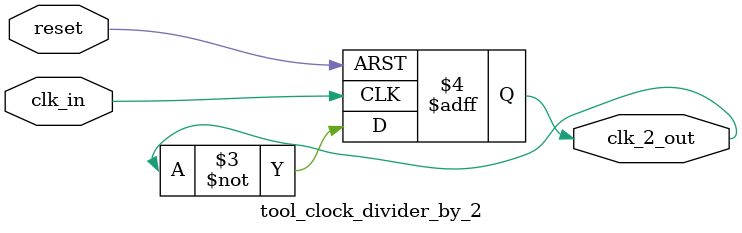
<source format=v>
module tool_clock_divider_by_2 (
    input clk_in,
    input reset,
    output reg clk_2_out
);

    always @(posedge clk_in or negedge reset) begin
        if (!reset) begin
            clk_2_out <= 1'b0;
        end else begin
            clk_2_out <= ~clk_2_out;  
        end
    end

endmodule

</source>
